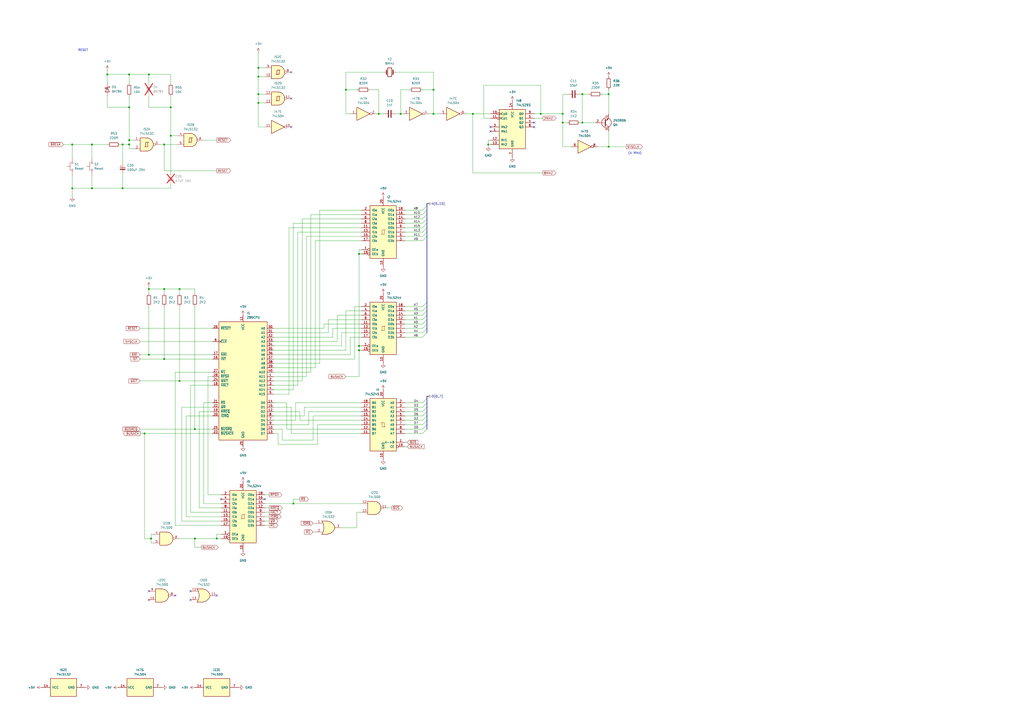
<source format=kicad_sch>
(kicad_sch (version 20250114) (generator "eeschema") (generator_version "9.0")
  (paper "A2")
  (text "(4 MHz)" (at 368.3 88.9 0) (effects (font (size 1.27 1.27))))
  (text "RESET" (at 48.26 29.21 0) (effects (font (size 1.27 1.27))))
  (junction (at 149.86 44.45))
  (junction (at 200.66 52.07))
  (junction (at 326.39 71.12))
  (junction (at 104.14 220.98))
  (junction (at 113.03 312.42))
  (junction (at 95.25 83.82))
  (junction (at 71.12 109.22))
  (junction (at 149.86 59.69))
  (junction (at 149.86 54.61))
  (junction (at 99.06 62.23))
  (junction (at 83.82 251.46))
  (junction (at 74.93 62.23))
  (junction (at 208.28 147.32))
  (junction (at 62.23 43.18))
  (junction (at 71.12 83.82))
  (junction (at 87.63 312.42))
  (junction (at 86.36 205.74))
  (junction (at 219.71 66.04))
  (junction (at 74.93 83.82))
  (junction (at 113.03 248.92))
  (junction (at 274.32 66.04))
  (junction (at 353.06 54.61))
  (junction (at 74.93 43.18))
  (junction (at 41.91 109.22))
  (junction (at 313.69 66.04))
  (junction (at 86.36 167.64))
  (junction (at 86.36 43.18))
  (junction (at 41.91 83.82))
  (junction (at 337.82 54.61))
  (junction (at 74.93 81.28))
  (junction (at 353.06 85.09))
  (junction (at 149.86 39.37))
  (junction (at 337.82 71.12))
  (junction (at 170.18 292.1))
  (junction (at 251.46 66.04))
  (junction (at 99.06 78.74))
  (junction (at 53.34 83.82))
  (junction (at 104.14 167.64))
  (junction (at 125.73 312.42))
  (junction (at 95.25 208.28))
  (junction (at 53.34 109.22))
  (junction (at 208.28 203.2))
  (junction (at 95.25 167.64))
  (junction (at 283.21 83.82))
  (junction (at 232.41 66.04))
  (junction (at 326.39 66.04))
  (junction (at 208.28 200.66))
  (junction (at 251.46 52.07))
  (no_connect (at 110.49 342.9))
  (no_connect (at 309.88 73.66))
  (no_connect (at 284.48 76.2))
  (no_connect (at 168.91 73.66))
  (no_connect (at 309.88 71.12))
  (no_connect (at 168.91 57.15))
  (no_connect (at 168.91 41.91))
  (no_connect (at 101.6 345.44))
  (no_connect (at 110.49 347.98))
  (no_connect (at 128.27 289.56))
  (no_connect (at 125.73 345.44))
  (no_connect (at 86.36 342.9))
  (no_connect (at 153.67 289.56))
  (no_connect (at 86.36 347.98))
  (no_connect (at 284.48 73.66))
  (bus_entry (at 245.11 246.38) (size 2.54 -2.54))
  (bus_entry (at 245.11 185.42) (size 2.54 -2.54))
  (bus_entry (at 245.11 195.58) (size 2.54 -2.54))
  (bus_entry (at 245.11 132.08) (size 2.54 -2.54))
  (bus_entry (at 245.11 134.62) (size 2.54 -2.54))
  (bus_entry (at 245.11 190.5) (size 2.54 -2.54))
  (bus_entry (at 245.11 248.92) (size 2.54 -2.54))
  (bus_entry (at 245.11 233.68) (size 2.54 -2.54))
  (bus_entry (at 245.11 238.76) (size 2.54 -2.54))
  (bus_entry (at 245.11 187.96) (size 2.54 -2.54))
  (bus_entry (at 245.11 127) (size 2.54 -2.54))
  (bus_entry (at 245.11 241.3) (size 2.54 -2.54))
  (bus_entry (at 245.11 193.04) (size 2.54 -2.54))
  (bus_entry (at 245.11 129.54) (size 2.54 -2.54))
  (bus_entry (at 245.11 137.16) (size 2.54 -2.54))
  (bus_entry (at 245.11 124.46) (size 2.54 -2.54))
  (bus_entry (at 245.11 177.8) (size 2.54 -2.54))
  (bus_entry (at 245.11 182.88) (size 2.54 -2.54))
  (bus_entry (at 245.11 121.92) (size 2.54 -2.54))
  (bus_entry (at 245.11 236.22) (size 2.54 -2.54))
  (bus_entry (at 245.11 251.46) (size 2.54 -2.54))
  (bus_entry (at 245.11 243.84) (size 2.54 -2.54))
  (bus_entry (at 245.11 180.34) (size 2.54 -2.54))
  (bus_entry (at 245.11 139.7) (size 2.54 -2.54))
  (wire (pts (xy 251.46 52.07) (xy 245.11 52.07)))
  (wire (pts (xy 184.15 257.81) (xy 161.29 257.81)))
  (wire (pts (xy 353.06 52.07) (xy 353.06 54.61)))
  (wire (pts (xy 104.14 167.64) (xy 104.14 170.18)))
  (wire (pts (xy 86.36 166.37) (xy 86.36 167.64)))
  (wire (pts (xy 104.14 220.98) (xy 123.19 220.98)))
  (wire (pts (xy 233.68 66.04) (xy 232.41 66.04)))
  (wire (pts (xy 176.53 241.3) (xy 176.53 236.22)))
  (wire (pts (xy 353.06 54.61) (xy 353.06 66.04)))
  (wire (pts (xy 234.95 182.88) (xy 245.11 182.88)))
  (wire (pts (xy 83.82 251.46) (xy 123.19 251.46)))
  (wire (pts (xy 187.96 187.96) (xy 209.55 187.96)))
  (wire (pts (xy 86.36 177.8) (xy 86.36 205.74)))
  (wire (pts (xy 200.66 203.2) (xy 200.66 180.34)))
  (wire (pts (xy 336.55 71.12) (xy 337.82 71.12)))
  (wire (pts (xy 105.41 236.22) (xy 123.19 236.22)))
  (wire (pts (xy 200.66 41.91) (xy 200.66 52.07)))
  (wire (pts (xy 232.41 66.04) (xy 229.87 66.04)))
  (wire (pts (xy 314.96 68.58) (xy 309.88 68.58)))
  (wire (pts (xy 158.75 190.5) (xy 187.96 190.5)))
  (wire (pts (xy 222.25 41.91) (xy 200.66 41.91)))
  (wire (pts (xy 158.75 226.06) (xy 170.18 226.06)))
  (wire (pts (xy 313.69 49.53) (xy 313.69 66.04)))
  (wire (pts (xy 118.11 233.68) (xy 123.19 233.68)))
  (wire (pts (xy 193.04 190.5) (xy 209.55 190.5)))
  (wire (pts (xy 313.69 66.04) (xy 326.39 66.04)))
  (wire (pts (xy 184.15 246.38) (xy 184.15 257.81)))
  (wire (pts (xy 283.21 81.28) (xy 283.21 83.82)))
  (wire (pts (xy 234.95 190.5) (xy 245.11 190.5)))
  (wire (pts (xy 158.75 246.38) (xy 179.07 246.38)))
  (wire (pts (xy 113.03 317.5) (xy 113.03 312.42)))
  (wire (pts (xy 158.75 198.12) (xy 195.58 198.12)))
  (wire (pts (xy 158.75 208.28) (xy 205.74 208.28)))
  (wire (pts (xy 99.06 43.18) (xy 86.36 43.18)))
  (wire (pts (xy 153.67 292.1) (xy 170.18 292.1)))
  (wire (pts (xy 149.86 59.69) (xy 153.67 59.69)))
  (wire (pts (xy 180.34 124.46) (xy 209.55 124.46)))
  (wire (pts (xy 234.95 134.62) (xy 245.11 134.62)))
  (wire (pts (xy 195.58 182.88) (xy 209.55 182.88)))
  (wire (pts (xy 234.95 195.58) (xy 245.11 195.58)))
  (wire (pts (xy 234.95 180.34) (xy 245.11 180.34)))
  (bus (pts (xy 247.65 231.14) (xy 247.65 233.68)))
  (wire (pts (xy 161.29 251.46) (xy 158.75 251.46)))
  (bus (pts (xy 247.65 175.26) (xy 247.65 177.8)))
  (wire (pts (xy 86.36 205.74) (xy 123.19 205.74)))
  (wire (pts (xy 81.28 248.92) (xy 113.03 248.92)))
  (wire (pts (xy 234.95 139.7) (xy 245.11 139.7)))
  (bus (pts (xy 247.65 177.8) (xy 247.65 180.34)))
  (wire (pts (xy 99.06 78.74) (xy 99.06 62.23)))
  (wire (pts (xy 95.25 177.8) (xy 95.25 208.28)))
  (wire (pts (xy 71.12 83.82) (xy 74.93 83.82)))
  (wire (pts (xy 95.25 99.06) (xy 125.73 99.06)))
  (wire (pts (xy 156.21 304.8) (xy 153.67 304.8)))
  (wire (pts (xy 83.82 312.42) (xy 83.82 251.46)))
  (wire (pts (xy 156.21 294.64) (xy 153.67 294.64)))
  (wire (pts (xy 158.75 193.04) (xy 190.5 193.04)))
  (wire (pts (xy 41.91 91.44) (xy 41.91 83.82)))
  (wire (pts (xy 234.95 137.16) (xy 245.11 137.16)))
  (wire (pts (xy 166.37 233.68) (xy 166.37 248.92)))
  (wire (pts (xy 163.83 248.92) (xy 163.83 255.27)))
  (wire (pts (xy 234.95 129.54) (xy 245.11 129.54)))
  (wire (pts (xy 218.44 66.04) (xy 219.71 66.04)))
  (wire (pts (xy 83.82 312.42) (xy 87.63 312.42)))
  (wire (pts (xy 190.5 185.42) (xy 209.55 185.42)))
  (wire (pts (xy 208.28 203.2) (xy 208.28 200.66)))
  (wire (pts (xy 115.57 238.76) (xy 123.19 238.76)))
  (bus (pts (xy 247.65 190.5) (xy 247.65 193.04)))
  (wire (pts (xy 158.75 210.82) (xy 185.42 210.82)))
  (wire (pts (xy 53.34 83.82) (xy 62.23 83.82)))
  (wire (pts (xy 176.53 236.22) (xy 209.55 236.22)))
  (wire (pts (xy 326.39 85.09) (xy 326.39 71.12)))
  (wire (pts (xy 227.33 294.64) (xy 224.79 294.64)))
  (wire (pts (xy 190.5 193.04) (xy 190.5 185.42)))
  (wire (pts (xy 158.75 218.44) (xy 177.8 218.44)))
  (wire (pts (xy 234.95 251.46) (xy 245.11 251.46)))
  (wire (pts (xy 251.46 66.04) (xy 251.46 52.07)))
  (bus (pts (xy 247.65 121.92) (xy 247.65 124.46)))
  (wire (pts (xy 156.21 297.18) (xy 153.67 297.18)))
  (bus (pts (xy 248.92 118.11) (xy 247.65 118.11)))
  (wire (pts (xy 99.06 109.22) (xy 71.12 109.22)))
  (wire (pts (xy 95.25 83.82) (xy 95.25 99.06)))
  (wire (pts (xy 229.87 41.91) (xy 251.46 41.91)))
  (wire (pts (xy 107.95 241.3) (xy 123.19 241.3)))
  (wire (pts (xy 234.95 241.3) (xy 245.11 241.3)))
  (wire (pts (xy 149.86 54.61) (xy 153.67 54.61)))
  (wire (pts (xy 328.93 71.12) (xy 326.39 71.12)))
  (wire (pts (xy 195.58 198.12) (xy 195.58 182.88)))
  (wire (pts (xy 170.18 129.54) (xy 209.55 129.54)))
  (wire (pts (xy 237.49 52.07) (xy 232.41 52.07)))
  (wire (pts (xy 193.04 195.58) (xy 193.04 190.5)))
  (wire (pts (xy 81.28 190.5) (xy 123.19 190.5)))
  (wire (pts (xy 177.8 137.16) (xy 209.55 137.16)))
  (wire (pts (xy 74.93 83.82) (xy 74.93 81.28)))
  (wire (pts (xy 205.74 177.8) (xy 209.55 177.8)))
  (wire (pts (xy 208.28 203.2) (xy 209.55 203.2)))
  (wire (pts (xy 86.36 62.23) (xy 99.06 62.23)))
  (wire (pts (xy 181.61 303.53) (xy 182.88 303.53)))
  (wire (pts (xy 41.91 83.82) (xy 53.34 83.82)))
  (wire (pts (xy 95.25 167.64) (xy 95.25 170.18)))
  (wire (pts (xy 74.93 62.23) (xy 74.93 81.28)))
  (wire (pts (xy 128.27 299.72) (xy 107.95 299.72)))
  (wire (pts (xy 62.23 43.18) (xy 62.23 48.26)))
  (wire (pts (xy 207.01 306.07) (xy 198.12 306.07)))
  (wire (pts (xy 326.39 66.04) (xy 326.39 71.12)))
  (wire (pts (xy 120.65 287.02) (xy 120.65 218.44)))
  (wire (pts (xy 158.75 203.2) (xy 200.66 203.2)))
  (wire (pts (xy 341.63 54.61) (xy 337.82 54.61)))
  (wire (pts (xy 171.45 233.68) (xy 209.55 233.68)))
  (wire (pts (xy 203.2 205.74) (xy 203.2 195.58)))
  (wire (pts (xy 149.86 73.66) (xy 153.67 73.66)))
  (wire (pts (xy 161.29 257.81) (xy 161.29 251.46)))
  (bus (pts (xy 247.65 241.3) (xy 247.65 243.84)))
  (wire (pts (xy 251.46 66.04) (xy 255.27 66.04)))
  (wire (pts (xy 173.99 238.76) (xy 173.99 243.84)))
  (wire (pts (xy 71.12 100.33) (xy 71.12 109.22)))
  (wire (pts (xy 62.23 40.64) (xy 62.23 43.18)))
  (wire (pts (xy 128.27 309.88) (xy 125.73 309.88)))
  (wire (pts (xy 236.22 256.54) (xy 234.95 256.54)))
  (wire (pts (xy 248.92 66.04) (xy 251.46 66.04)))
  (wire (pts (xy 234.95 121.92) (xy 245.11 121.92)))
  (wire (pts (xy 283.21 83.82) (xy 283.21 85.09)))
  (wire (pts (xy 208.28 200.66) (xy 209.55 200.66)))
  (wire (pts (xy 104.14 167.64) (xy 95.25 167.64)))
  (wire (pts (xy 200.66 180.34) (xy 209.55 180.34)))
  (wire (pts (xy 74.93 43.18) (xy 74.93 48.26)))
  (wire (pts (xy 99.06 48.26) (xy 99.06 43.18)))
  (wire (pts (xy 158.75 195.58) (xy 193.04 195.58)))
  (wire (pts (xy 81.28 220.98) (xy 104.14 220.98)))
  (wire (pts (xy 149.86 39.37) (xy 153.67 39.37)))
  (wire (pts (xy 172.72 134.62) (xy 209.55 134.62)))
  (wire (pts (xy 128.27 287.02) (xy 120.65 287.02)))
  (wire (pts (xy 102.87 78.74) (xy 99.06 78.74)))
  (wire (pts (xy 280.67 49.53) (xy 313.69 49.53)))
  (bus (pts (xy 248.92 229.87) (xy 247.65 229.87)))
  (wire (pts (xy 234.95 236.22) (xy 245.11 236.22)))
  (wire (pts (xy 208.28 218.44) (xy 208.28 203.2)))
  (wire (pts (xy 328.93 54.61) (xy 326.39 54.61)))
  (wire (pts (xy 149.86 30.48) (xy 149.86 39.37)))
  (wire (pts (xy 170.18 292.1) (xy 209.55 292.1)))
  (bus (pts (xy 247.65 187.96) (xy 247.65 190.5)))
  (wire (pts (xy 167.64 132.08) (xy 209.55 132.08)))
  (wire (pts (xy 53.34 101.6) (xy 53.34 109.22)))
  (wire (pts (xy 118.11 292.1) (xy 118.11 233.68)))
  (wire (pts (xy 110.49 223.52) (xy 123.19 223.52)))
  (wire (pts (xy 113.03 177.8) (xy 113.03 248.92)))
  (wire (pts (xy 200.66 66.04) (xy 203.2 66.04)))
  (wire (pts (xy 181.61 255.27) (xy 181.61 241.3)))
  (wire (pts (xy 116.84 317.5) (xy 113.03 317.5)))
  (wire (pts (xy 181.61 241.3) (xy 209.55 241.3)))
  (wire (pts (xy 105.41 302.26) (xy 105.41 236.22)))
  (wire (pts (xy 113.03 248.92) (xy 123.19 248.92)))
  (wire (pts (xy 331.47 85.09) (xy 326.39 85.09)))
  (wire (pts (xy 274.32 100.33) (xy 274.32 66.04)))
  (wire (pts (xy 86.36 55.88) (xy 86.36 62.23)))
  (bus (pts (xy 247.65 246.38) (xy 247.65 248.92)))
  (wire (pts (xy 208.28 200.66) (xy 208.28 147.32)))
  (wire (pts (xy 99.06 106.68) (xy 99.06 109.22)))
  (wire (pts (xy 74.93 86.36) (xy 74.93 83.82)))
  (wire (pts (xy 175.26 220.98) (xy 175.26 127)))
  (wire (pts (xy 214.63 52.07) (xy 219.71 52.07)))
  (wire (pts (xy 36.83 83.82) (xy 41.91 83.82)))
  (wire (pts (xy 125.73 312.42) (xy 128.27 312.42)))
  (wire (pts (xy 158.75 238.76) (xy 173.99 238.76)))
  (wire (pts (xy 171.45 243.84) (xy 171.45 233.68)))
  (wire (pts (xy 232.41 52.07) (xy 232.41 66.04)))
  (bus (pts (xy 247.65 233.68) (xy 247.65 236.22)))
  (wire (pts (xy 353.06 85.09) (xy 363.22 85.09)))
  (wire (pts (xy 284.48 66.04) (xy 274.32 66.04)))
  (bus (pts (xy 247.65 229.87) (xy 247.65 231.14)))
  (wire (pts (xy 95.25 208.28) (xy 123.19 208.28)))
  (wire (pts (xy 81.28 205.74) (xy 86.36 205.74)))
  (wire (pts (xy 81.28 251.46) (xy 83.82 251.46)))
  (wire (pts (xy 115.57 294.64) (xy 115.57 238.76)))
  (wire (pts (xy 149.86 44.45) (xy 149.86 54.61)))
  (bus (pts (xy 247.65 243.84) (xy 247.65 246.38)))
  (wire (pts (xy 156.21 287.02) (xy 153.67 287.02)))
  (wire (pts (xy 102.87 83.82) (xy 95.25 83.82)))
  (wire (pts (xy 207.01 297.18) (xy 207.01 306.07)))
  (wire (pts (xy 128.27 294.64) (xy 115.57 294.64)))
  (wire (pts (xy 86.36 167.64) (xy 86.36 170.18)))
  (wire (pts (xy 208.28 147.32) (xy 208.28 144.78)))
  (wire (pts (xy 313.69 66.04) (xy 309.88 66.04)))
  (wire (pts (xy 251.46 41.91) (xy 251.46 52.07)))
  (wire (pts (xy 208.28 144.78) (xy 209.55 144.78)))
  (wire (pts (xy 113.03 312.42) (xy 125.73 312.42)))
  (wire (pts (xy 326.39 54.61) (xy 326.39 66.04)))
  (wire (pts (xy 209.55 246.38) (xy 184.15 246.38)))
  (wire (pts (xy 87.63 309.88) (xy 88.9 309.88)))
  (wire (pts (xy 170.18 289.56) (xy 173.99 289.56)))
  (wire (pts (xy 149.86 59.69) (xy 149.86 73.66)))
  (wire (pts (xy 234.95 193.04) (xy 245.11 193.04)))
  (wire (pts (xy 158.75 215.9) (xy 180.34 215.9)))
  (wire (pts (xy 172.72 223.52) (xy 172.72 134.62)))
  (wire (pts (xy 158.75 200.66) (xy 198.12 200.66)))
  (wire (pts (xy 156.21 299.72) (xy 153.67 299.72)))
  (bus (pts (xy 247.65 185.42) (xy 247.65 187.96)))
  (wire (pts (xy 205.74 208.28) (xy 205.74 177.8)))
  (wire (pts (xy 173.99 243.84) (xy 209.55 243.84)))
  (wire (pts (xy 234.95 127) (xy 245.11 127)))
  (wire (pts (xy 107.95 299.72) (xy 107.95 241.3)))
  (wire (pts (xy 158.75 248.92) (xy 163.83 248.92)))
  (wire (pts (xy 101.6 304.8) (xy 101.6 215.9)))
  (wire (pts (xy 177.8 218.44) (xy 177.8 137.16)))
  (wire (pts (xy 219.71 52.07) (xy 219.71 66.04)))
  (wire (pts (xy 284.48 68.58) (xy 280.67 68.58)))
  (wire (pts (xy 175.26 127) (xy 209.55 127)))
  (wire (pts (xy 101.6 215.9) (xy 123.19 215.9)))
  (wire (pts (xy 99.06 62.23) (xy 99.06 55.88)))
  (wire (pts (xy 234.95 187.96) (xy 245.11 187.96)))
  (wire (pts (xy 87.63 314.96) (xy 87.63 312.42)))
  (wire (pts (xy 284.48 81.28) (xy 283.21 81.28)))
  (wire (pts (xy 168.91 236.22) (xy 168.91 251.46)))
  (wire (pts (xy 274.32 66.04) (xy 270.51 66.04)))
  (wire (pts (xy 180.34 215.9) (xy 180.34 124.46)))
  (bus (pts (xy 247.65 180.34) (xy 247.65 182.88)))
  (wire (pts (xy 149.86 44.45) (xy 153.67 44.45)))
  (wire (pts (xy 53.34 109.22) (xy 41.91 109.22)))
  (bus (pts (xy 247.65 129.54) (xy 247.65 132.08)))
  (wire (pts (xy 163.83 255.27) (xy 181.61 255.27)))
  (wire (pts (xy 179.07 238.76) (xy 209.55 238.76)))
  (wire (pts (xy 158.75 205.74) (xy 203.2 205.74)))
  (wire (pts (xy 234.95 185.42) (xy 245.11 185.42)))
  (wire (pts (xy 170.18 289.56) (xy 170.18 292.1)))
  (wire (pts (xy 158.75 236.22) (xy 168.91 236.22)))
  (wire (pts (xy 208.28 147.32) (xy 209.55 147.32)))
  (bus (pts (xy 247.65 132.08) (xy 247.65 134.62)))
  (wire (pts (xy 110.49 297.18) (xy 110.49 223.52)))
  (wire (pts (xy 337.82 54.61) (xy 337.82 71.12)))
  (wire (pts (xy 74.93 55.88) (xy 74.93 62.23)))
  (wire (pts (xy 207.01 52.07) (xy 200.66 52.07)))
  (wire (pts (xy 149.86 54.61) (xy 149.86 59.69)))
  (wire (pts (xy 236.22 259.08) (xy 234.95 259.08)))
  (wire (pts (xy 198.12 200.66) (xy 198.12 193.04)))
  (wire (pts (xy 234.95 246.38) (xy 245.11 246.38)))
  (wire (pts (xy 314.96 100.33) (xy 274.32 100.33)))
  (wire (pts (xy 181.61 308.61) (xy 182.88 308.61)))
  (wire (pts (xy 62.23 62.23) (xy 62.23 55.88)))
  (wire (pts (xy 113.03 170.18) (xy 113.03 167.64)))
  (wire (pts (xy 234.95 238.76) (xy 245.11 238.76)))
  (wire (pts (xy 81.28 208.28) (xy 95.25 208.28)))
  (wire (pts (xy 158.75 223.52) (xy 172.72 223.52)))
  (wire (pts (xy 74.93 43.18) (xy 62.23 43.18)))
  (wire (pts (xy 128.27 302.26) (xy 105.41 302.26)))
  (wire (pts (xy 168.91 251.46) (xy 209.55 251.46)))
  (bus (pts (xy 247.65 119.38) (xy 247.65 121.92)))
  (wire (pts (xy 158.75 228.6) (xy 167.64 228.6)))
  (wire (pts (xy 41.91 109.22) (xy 41.91 101.6)))
  (wire (pts (xy 283.21 83.82) (xy 284.48 83.82)))
  (wire (pts (xy 200.66 52.07) (xy 200.66 66.04)))
  (wire (pts (xy 234.95 248.92) (xy 245.11 248.92)))
  (wire (pts (xy 349.25 54.61) (xy 353.06 54.61)))
  (wire (pts (xy 74.93 62.23) (xy 62.23 62.23)))
  (wire (pts (xy 41.91 114.3) (xy 41.91 109.22)))
  (wire (pts (xy 234.95 124.46) (xy 245.11 124.46)))
  (wire (pts (xy 118.11 81.28) (xy 125.73 81.28)))
  (wire (pts (xy 234.95 177.8) (xy 245.11 177.8)))
  (wire (pts (xy 182.88 213.36) (xy 182.88 139.7)))
  (bus (pts (xy 247.65 127) (xy 247.65 129.54)))
  (wire (pts (xy 128.27 304.8) (xy 101.6 304.8)))
  (wire (pts (xy 353.06 85.09) (xy 353.06 76.2)))
  (wire (pts (xy 158.75 233.68) (xy 166.37 233.68)))
  (wire (pts (xy 87.63 312.42) (xy 87.63 309.88)))
  (wire (pts (xy 104.14 177.8) (xy 104.14 220.98)))
  (wire (pts (xy 179.07 246.38) (xy 179.07 238.76)))
  (bus (pts (xy 247.65 236.22) (xy 247.65 238.76)))
  (bus (pts (xy 247.65 137.16) (xy 247.65 175.26)))
  (wire (pts (xy 185.42 121.92) (xy 209.55 121.92)))
  (wire (pts (xy 86.36 43.18) (xy 74.93 43.18)))
  (wire (pts (xy 187.96 190.5) (xy 187.96 187.96)))
  (wire (pts (xy 77.47 86.36) (xy 74.93 86.36)))
  (wire (pts (xy 234.95 132.08) (xy 245.11 132.08)))
  (wire (pts (xy 128.27 292.1) (xy 118.11 292.1)))
  (wire (pts (xy 95.25 83.82) (xy 92.71 83.82)))
  (wire (pts (xy 234.95 243.84) (xy 245.11 243.84)))
  (wire (pts (xy 207.01 297.18) (xy 209.55 297.18)))
  (wire (pts (xy 158.75 220.98) (xy 175.26 220.98)))
  (wire (pts (xy 203.2 195.58) (xy 209.55 195.58)))
  (bus (pts (xy 247.65 134.62) (xy 247.65 137.16)))
  (wire (pts (xy 337.82 71.12) (xy 345.44 71.12)))
  (wire (pts (xy 95.25 167.64) (xy 86.36 167.64)))
  (wire (pts (xy 185.42 210.82) (xy 185.42 121.92)))
  (wire (pts (xy 167.64 228.6) (xy 167.64 132.08)))
  (wire (pts (xy 158.75 243.84) (xy 171.45 243.84)))
  (wire (pts (xy 81.28 198.12) (xy 123.19 198.12)))
  (wire (pts (xy 104.14 312.42) (xy 113.03 312.42)))
  (wire (pts (xy 99.06 78.74) (xy 99.06 101.6)))
  (wire (pts (xy 149.86 39.37) (xy 149.86 44.45)))
  (wire (pts (xy 200.66 218.44) (xy 208.28 218.44)))
  (wire (pts (xy 71.12 109.22) (xy 53.34 109.22)))
  (wire (pts (xy 280.67 68.58) (xy 280.67 49.53)))
  (wire (pts (xy 337.82 54.61) (xy 336.55 54.61)))
  (wire (pts (xy 53.34 83.82) (xy 53.34 91.44)))
  (wire (pts (xy 86.36 43.18) (xy 86.36 48.26)))
  (wire (pts (xy 182.88 139.7) (xy 209.55 139.7)))
  (wire (pts (xy 346.71 85.09) (xy 353.06 85.09)))
  (wire (pts (xy 234.95 233.68) (xy 245.11 233.68)))
  (wire (pts (xy 120.65 218.44) (xy 123.19 218.44)))
  (wire (pts (xy 69.85 83.82) (xy 71.12 83.82)))
  (wire (pts (xy 156.21 302.26) (xy 153.67 302.26)))
  (wire (pts (xy 158.75 213.36) (xy 182.88 213.36)))
  (wire (pts (xy 128.27 297.18) (xy 110.49 297.18)))
  (bus (pts (xy 247.65 124.46) (xy 247.65 127)))
  (wire (pts (xy 219.71 66.04) (xy 222.25 66.04)))
  (wire (pts (xy 88.9 314.96) (xy 87.63 314.96)))
  (bus (pts (xy 247.65 182.88) (xy 247.65 185.42)))
  (bus (pts (xy 247.65 118.11) (xy 247.65 119.38)))
  (wire (pts (xy 74.93 81.28) (xy 77.47 81.28)))
  (wire (pts (xy 71.12 83.82) (xy 71.12 95.25)))
  (wire (pts (xy 158.75 241.3) (xy 176.53 241.3)))
  (wire (pts (xy 166.37 248.92) (xy 209.55 248.92)))
  (wire (pts (xy 170.18 226.06) (xy 170.18 129.54)))
  (wire (pts (xy 125.73 309.88) (xy 125.73 312.42)))
  (bus (pts (xy 247.65 238.76) (xy 247.65 241.3)))
  (wire (pts (xy 198.12 193.04) (xy 209.55 193.04)))
  (wire (pts (xy 113.03 167.64) (xy 104.14 167.64)))
  (label "D3" (at 240.03 236.22 0))
  (label "A15" (at 240.03 132.08 0))
  (label "A0" (at 240.03 187.96 0))
  (label "A8" (at 240.03 121.92 0))
  (label "D5" (at 240.03 238.76 0))
  (label "A7" (at 240.03 177.8 0))
  (label "A4" (at 240.03 193.04 0))
  (label "A2" (at 240.03 190.5 0))
  (label "A3" (at 240.03 182.88 0))
  (label "A12" (at 240.03 127 0))
  (label "A14" (at 240.03 129.54 0))
  (label "A6" (at 240.03 195.58 0))
  (label "D7" (at 240.03 246.38 0))
  (label "A11" (at 240.03 137.16 0))
  (label "A9" (at 240.03 139.7 0))
  (label "A10" (at 240.03 124.46 0))
  (label "D6" (at 240.03 241.3 0))
  (label "A13" (at 240.03 134.62 0))
  (label "D0" (at 240.03 248.92 0))
  (label "D2" (at 240.03 243.84 0))
  (label "D1" (at 240.03 251.46 0))
  (label "D4" (at 240.03 233.68 0))
  (label "A1" (at 240.03 185.42 0))
  (label "A5" (at 240.03 180.34 0))
  (global_label "~{BREAK}" (shape input) (at 36.83 83.82 180) (property "Intersheetrefs" "${INTERSHEET_REFS}" (effects (hide yes))))
  (global_label "~{WAIT}" (shape input) (at 81.28 220.98 180) (property "Intersheetrefs" "${INTERSHEET_REFS}" (effects (hide yes))))
  (global_label "~{BUS}" (shape output) (at 227.33 294.64 0) (property "Intersheetrefs" "${INTERSHEET_REFS}" (effects (hide yes))))
  (global_label "BUSACK" (shape input) (at 200.66 218.44 180) (property "Intersheetrefs" "${INTERSHEET_REFS}" (effects (hide yes))))
  (global_label "~{INT}" (shape input) (at 81.28 208.28 180) (property "Intersheetrefs" "${INTERSHEET_REFS}" (effects (hide yes))))
  (global_label "SYSCLK" (shape input) (at 81.28 198.12 180) (property "Intersheetrefs" "${INTERSHEET_REFS}" (effects (hide yes))))
  (global_label "~{BUS}" (shape input) (at 236.22 256.54 0) (property "Intersheetrefs" "${INTERSHEET_REFS}" (effects (hide yes))))
  (global_label "~{NMI}" (shape input) (at 81.28 205.74 180) (property "Intersheetrefs" "${INTERSHEET_REFS}" (effects (hide yes))))
  (global_label "~{RESET}" (shape output) (at 125.73 81.28 0) (property "Intersheetrefs" "${INTERSHEET_REFS}" (effects (hide yes))))
  (global_label "BUSACK" (shape output) (at 116.84 317.5 0) (property "Intersheetrefs" "${INTERSHEET_REFS}" (effects (hide yes))))
  (global_label "~{M1}" (shape input) (at 181.61 308.61 180) (property "Intersheetrefs" "${INTERSHEET_REFS}" (effects (hide yes))))
  (global_label "~{IORQ}" (shape output) (at 156.21 299.72 0) (property "Intersheetrefs" "${INTERSHEET_REFS}" (effects (hide yes))))
  (global_label "~{BUSACK}" (shape output) (at 81.28 251.46 180) (property "Intersheetrefs" "${INTERSHEET_REFS}" (effects (hide yes))))
  (global_label "~{M1}" (shape output) (at 156.21 304.8 0) (property "Intersheetrefs" "${INTERSHEET_REFS}" (effects (hide yes))))
  (global_label "SYSCLK" (shape output) (at 363.22 85.09 0) (property "Intersheetrefs" "${INTERSHEET_REFS}" (effects (hide yes))))
  (global_label "8MHZ" (shape output) (at 314.96 100.33 0) (property "Intersheetrefs" "${INTERSHEET_REFS}" (effects (hide yes))))
  (global_label "~{IORQ}" (shape input) (at 181.61 303.53 180) (property "Intersheetrefs" "${INTERSHEET_REFS}" (effects (hide yes))))
  (global_label "~{BUSREQ}" (shape input) (at 81.28 248.92 180) (property "Intersheetrefs" "${INTERSHEET_REFS}" (effects (hide yes))))
  (global_label "~{RD}" (shape output) (at 173.99 289.56 0) (property "Intersheetrefs" "${INTERSHEET_REFS}" (effects (hide yes))))
  (global_label "~{MREQ}" (shape output) (at 156.21 294.64 0) (property "Intersheetrefs" "${INTERSHEET_REFS}" (effects (hide yes))))
  (global_label "~{RESET}" (shape input) (at 81.28 190.5 180) (property "Intersheetrefs" "${INTERSHEET_REFS}" (effects (hide yes))))
  (global_label "~{RFSH}" (shape output) (at 156.21 287.02 0) (property "Intersheetrefs" "${INTERSHEET_REFS}" (effects (hide yes))))
  (global_label "~{HALT}" (shape output) (at 156.21 297.18 0) (property "Intersheetrefs" "${INTERSHEET_REFS}" (effects (hide yes))))
  (global_label "RESET" (shape output) (at 125.73 99.06 0) (property "Intersheetrefs" "${INTERSHEET_REFS}" (effects (hide yes))))
  (global_label "BUSACK" (shape input) (at 236.22 259.08 0) (property "Intersheetrefs" "${INTERSHEET_REFS}" (effects (hide yes))))
  (global_label "~{WR}" (shape output) (at 156.21 302.26 0) (property "Intersheetrefs" "${INTERSHEET_REFS}" (effects (hide yes))))
  (global_label "2MHZ" (shape output) (at 314.96 68.58 0) (property "Intersheetrefs" "${INTERSHEET_REFS}" (effects (hide yes))))
  (hierarchical_label "A[0..15]" (shape output) (at 248.92 118.11 0))
  (hierarchical_label "D[0..7]" (shape output) (at 248.92 229.87 0))
  (symbol (lib_id "power:GND") (at 297.18 91.44 0) (unit 1)
    (property "Reference" "#PWR014" (effects (hide yes)))
    (property "Value" "GND" (at 297.18 96.52 0))
    (property "Description" "Power symbol creates a global label with name \"GND\" , ground" (effects (hide yes)))
  )
  (symbol (lib_id "74xx:74LS32") (at 190.5 306.07 0) (unit 1)
    (property "Reference" "I20" (at 190.5 297.18 0))
    (property "Value" "74LS32" (at 190.5 299.72 0))
    (property "Footprint" "Einstein:DIP-14_W7.62mm" (effects (hide yes)))
    (property "Datasheet" "http://www.ti.com/lit/gpn/sn74LS32" (effects (hide yes)))
    (property "Description" "Quad 2-input OR" (effects (hide yes)))
  )
  (symbol (lib_id "74xx:74LS132") (at 110.49 81.28 0) (unit 2)
    (property "Reference" "I52" (at 110.4817 72.39 0))
    (property "Value" "74LS132" (at 110.4817 74.93 0))
    (property "Footprint" "Einstein:DIP-14_W7.62mm" (effects (hide yes)))
    (property "Datasheet" "http://www.ti.com/lit/gpn/sn74LS132" (effects (hide yes)))
    (property "Description" "Quad 2-input NAND Schmitt trigger" (effects (hide yes)))
  )
  (symbol (lib_id "74xx:74LS132") (at 36.83 398.78 90) (unit 5)
    (property "Reference" "I52" (at 36.83 388.62 90))
    (property "Value" "74LS132" (at 36.83 391.16 90))
    (property "Footprint" "Einstein:DIP-14_W7.62mm" (effects (hide yes)))
    (property "Datasheet" "http://www.ti.com/lit/gpn/sn74LS132" (effects (hide yes)))
    (property "Description" "Quad 2-input NAND Schmitt trigger" (effects (hide yes)))
  )
  (symbol (lib_id "74xx:74LS04") (at 161.29 73.66 0) (unit 5)
    (property "Reference" "I47" (at 161.29 64.77 0))
    (property "Value" "74LS04" (at 161.29 67.31 0))
    (property "Footprint" "Einstein:DIP-14_W7.62mm" (effects (hide yes)))
    (property "Datasheet" "http://www.ti.com/lit/gpn/sn74LS04" (effects (hide yes)))
    (property "Description" "Hex Inverter" (effects (hide yes)))
  )
  (symbol (lib_id "Device:R") (at 74.93 52.07 0) (unit 1)
    (property "Reference" "R54" (at 77.47 50.7999 0) (effects (justify left)))
    (property "Value" "10K" (at 77.47 53.3399 0) (effects (justify left)))
    (property "Footprint" "Einstein:Resistor 10.16mm" (effects (hide yes)))
    (property "Description" "Resistor" (effects (hide yes)))
  )
  (symbol (lib_id "power:+5V") (at 297.18 58.42 0) (unit 1)
    (property "Reference" "#PWR013" (effects (hide yes)))
    (property "Value" "+5V" (at 297.18 53.34 0))
    (property "Description" "Power symbol creates a global label with name \"+5V\"" (effects (hide yes)))
  )
  (symbol (lib_id "74xx:74LS244") (at 140.97 299.72 0) (unit 1)
    (property "Reference" "I5" (at 143.1133 279.4 0) (effects (justify left)))
    (property "Value" "74LS244" (at 143.1133 281.94 0) (effects (justify left)))
    (property "Footprint" "Einstein:DIP-20_W7.62mm" (effects (hide yes)))
    (property "Datasheet" "http://www.ti.com/lit/ds/symlink/sn74ls244.pdf" (effects (hide yes)))
    (property "Description" "Octal Buffer and Line Driver With 3-State Output, active-low enables, non-inverting outputs" (effects (hide yes)))
  )
  (symbol (lib_id "74xx:74LS293") (at 297.18 73.66 0) (unit 1)
    (property "Reference" "I48" (at 299.3233 58.42 0) (effects (justify left)))
    (property "Value" "74LS293" (at 299.3233 60.96 0) (effects (justify left)))
    (property "Footprint" "Einstein:DIP-14_W7.62mm" (effects (hide yes)))
    (property "Datasheet" "http://www.ti.com/lit/gpn/sn74LS293" (effects (hide yes)))
    (property "Description" "4-bit binary counter" (effects (hide yes)))
  )
  (symbol (lib_id "Transistor_BJT:2N3906") (at 350.52 71.12 0) (mirror x) (unit 1)
    (property "Reference" "Q4" (at 355.6 72.3901 0) (effects (justify left)))
    (property "Value" "2N3906" (at 355.6 69.8501 0) (effects (justify left)))
    (property "Footprint" "Einstein:Transistor - Box 1 (Alt 1+3) No corner marking" (effects (hide yes)))
    (property "Datasheet" "https://www.onsemi.com/pub/Collateral/2N3906-D.PDF" (effects (hide yes)))
    (property "Description" "-0.2A Ic, -40V Vce, Small Signal PNP Transistor, TO-92" (effects (hide yes)))
  )
  (symbol (lib_id "Device:C_Polarized_Small") (at 71.12 97.79 0) (unit 1)
    (property "Reference" "C20" (at 73.66 95.9738 0) (effects (justify left)))
    (property "Value" "100uF 25V" (at 73.66 98.5138 0) (effects (justify left)))
    (property "Footprint" "Einstein:Elec_5.08mm - Box" (effects (hide yes)))
    (property "Description" "Polarized capacitor, small symbol" (effects (hide yes)))
  )
  (symbol (lib_id "Device:C") (at 226.06 66.04 270) (unit 1)
    (property "Reference" "C10" (at 226.06 58.42 90))
    (property "Value" "1nF" (at 226.06 60.96 90))
    (property "Footprint" "Einstein:C_Disc_5.08mm" (effects (hide yes)))
    (property "Description" "Unpolarized capacitor" (effects (hide yes)))
  )
  (symbol (lib_id "power:GND") (at 41.91 114.3 0) (unit 1)
    (property "Reference" "#PWR07" (effects (hide yes)))
    (property "Value" "GND" (at 41.91 119.38 0))
    (property "Description" "Power symbol creates a global label with name \"GND\" , ground" (effects (hide yes)))
  )
  (symbol (lib_id "Device:R") (at 99.06 52.07 0) (unit 1)
    (property "Reference" "R55" (at 101.6 50.7999 0) (effects (justify left)))
    (property "Value" "10K" (at 101.6 53.3399 0) (effects (justify left)))
    (property "Footprint" "Einstein:Resistor 10.16mm" (effects (hide yes)))
    (property "Description" "Resistor" (effects (hide yes)))
  )
  (symbol (lib_id "74xx:74LS04") (at 210.82 66.04 0) (unit 1)
    (property "Reference" "I47" (at 210.82 57.15 0))
    (property "Value" "74LS04" (at 210.82 59.69 0))
    (property "Footprint" "Einstein:DIP-14_W7.62mm" (effects (hide yes)))
    (property "Datasheet" "http://www.ti.com/lit/gpn/sn74LS04" (effects (hide yes)))
    (property "Description" "Hex Inverter" (effects (hide yes)))
  )
  (symbol (lib_id "74xx:74LS244") (at 222.25 134.62 0) (unit 1)
    (property "Reference" "I2" (at 224.3933 114.3 0) (effects (justify left)))
    (property "Value" "74LS244" (at 224.3933 116.84 0) (effects (justify left)))
    (property "Footprint" "Einstein:DIP-20_W7.62mm" (effects (hide yes)))
    (property "Datasheet" "http://www.ti.com/lit/ds/symlink/sn74ls244.pdf" (effects (hide yes)))
    (property "Description" "Octal Buffer and Line Driver With 3-State Output, active-low enables, non-inverting outputs" (effects (hide yes)))
  )
  (symbol (lib_id "power:GND") (at 138.43 398.78 90) (unit 1)
    (property "Reference" "#PWR020" (effects (hide yes)))
    (property "Value" "GND" (at 142.24 398.7799 90) (effects (justify right)))
    (property "Description" "Power symbol creates a global label with name \"GND\" , ground" (effects (hide yes)))
  )
  (symbol (lib_id "Device:R") (at 332.74 71.12 90) (unit 1)
    (property "Reference" "R34" (at 332.74 64.77 90))
    (property "Value" "1K2" (at 332.74 67.31 90))
    (property "Footprint" "Einstein:Resistor 10.16mm" (effects (hide yes)))
    (property "Description" "Resistor" (effects (hide yes)))
  )
  (symbol (lib_id "Device:Crystal") (at 226.06 41.91 0) (unit 1)
    (property "Reference" "X2" (at 226.06 34.29 0))
    (property "Value" "8MHz" (at 226.06 36.83 0))
    (property "Footprint" "Einstein:Crystal" (effects (hide yes)))
    (property "Description" "Two pin crystal" (effects (hide yes)))
  )
  (symbol (lib_id "74xx:74LS00") (at 125.73 398.78 90) (unit 5)
    (property "Reference" "I22" (at 125.73 388.62 90))
    (property "Value" "74LS00" (at 125.73 391.16 90))
    (property "Footprint" "Einstein:DIP-14_W7.62mm" (effects (hide yes)))
    (property "Datasheet" "http://www.ti.com/lit/gpn/sn74ls00" (effects (hide yes)))
    (property "Description" "quad 2-input NAND gate" (effects (hide yes)))
  )
  (symbol (lib_id "Device:R") (at 113.03 173.99 0) (unit 1)
    (property "Reference" "R4" (at 115.57 172.7199 0) (effects (justify left)))
    (property "Value" "2K2" (at 115.57 175.2599 0) (effects (justify left)))
    (property "Footprint" "Einstein:Resistor 10.16mm" (effects (hide yes)))
    (property "Description" "Resistor" (effects (hide yes)))
  )
  (symbol (lib_id "Device:C") (at 332.74 54.61 270) (unit 1)
    (property "Reference" "C11" (at 332.74 46.99 90))
    (property "Value" "33pF" (at 332.74 49.53 90))
    (property "Footprint" "Einstein:C_Disc_5.08mm" (effects (hide yes)))
    (property "Description" "Unpolarized capacitor" (effects (hide yes)))
  )
  (symbol (lib_id "power:GND") (at 140.97 320.04 0) (unit 1)
    (property "Reference" "#PWR018" (effects (hide yes)))
    (property "Value" "GND" (at 140.97 325.12 0))
    (property "Description" "Power symbol creates a global label with name \"GND\" , ground" (effects (hide yes)))
  )
  (symbol (lib_id "74xx:74LS00") (at 93.98 345.44 0) (unit 3)
    (property "Reference" "I22" (at 93.9717 336.55 0))
    (property "Value" "74LS00" (at 93.9717 339.09 0))
    (property "Footprint" "Einstein:DIP-14_W7.62mm" (effects (hide yes)))
    (property "Datasheet" "http://www.ti.com/lit/gpn/sn74ls00" (effects (hide yes)))
    (property "Description" "quad 2-input NAND gate" (effects (hide yes)))
  )
  (symbol (lib_id "power:+5V") (at 68.58 398.78 90) (unit 1)
    (property "Reference" "#PWR012" (effects (hide yes)))
    (property "Value" "+5V" (at 64.77 398.7799 90) (effects (justify left)))
    (property "Description" "Power symbol creates a global label with name \"+5V\"" (effects (hide yes)))
  )
  (symbol (lib_id "power:+5V") (at 353.06 44.45 0) (unit 1)
    (property "Reference" "#PWR016" (effects (hide yes)))
    (property "Value" "+5V" (at 353.06 39.37 0))
    (property "Description" "Power symbol creates a global label with name \"+5V\"" (effects (hide yes)))
  )
  (symbol (lib_id "power:GND") (at 49.53 398.78 90) (unit 1)
    (property "Reference" "#PWR06" (effects (hide yes)))
    (property "Value" "GND" (at 53.34 398.7799 90) (effects (justify right)))
    (property "Description" "Power symbol creates a global label with name \"GND\" , ground" (effects (hide yes)))
  )
  (symbol (lib_id "74xx:74LS132") (at 85.09 83.82 0) (unit 1)
    (property "Reference" "I52" (at 85.0817 74.93 0))
    (property "Value" "74LS132" (at 85.0817 77.47 0))
    (property "Footprint" "Einstein:DIP-14_W7.62mm" (effects (hide yes)))
    (property "Datasheet" "http://www.ti.com/lit/gpn/sn74LS132" (effects (hide yes)))
    (property "Description" "Quad 2-input NAND Schmitt trigger" (effects (hide yes)))
  )
  (symbol (lib_id "power:+5V") (at 113.03 398.78 90) (unit 1)
    (property "Reference" "#PWR019" (effects (hide yes)))
    (property "Value" "+5V" (at 109.22 398.7799 90) (effects (justify left)))
    (property "Description" "Power symbol creates a global label with name \"+5V\"" (effects (hide yes)))
  )
  (symbol (lib_id "74xx:74LS132") (at 161.29 41.91 0) (unit 3)
    (property "Reference" "I52" (at 161.2817 33.02 0))
    (property "Value" "74LS132" (at 161.2817 35.56 0))
    (property "Footprint" "Einstein:DIP-14_W7.62mm" (effects (hide yes)))
    (property "Datasheet" "http://www.ti.com/lit/gpn/sn74LS132" (effects (hide yes)))
    (property "Description" "Quad 2-input NAND Schmitt trigger" (effects (hide yes)))
  )
  (symbol (lib_id "74xx:74LS32") (at 118.11 345.44 0) (unit 4)
    (property "Reference" "I20" (at 118.11 336.55 0))
    (property "Value" "74LS32" (at 118.11 339.09 0))
    (property "Footprint" "Einstein:DIP-14_W7.62mm" (effects (hide yes)))
    (property "Datasheet" "http://www.ti.com/lit/gpn/sn74LS32" (effects (hide yes)))
    (property "Description" "Quad 2-input OR" (effects (hide yes)))
  )
  (symbol (lib_id "Diode:BAT85") (at 86.36 52.07 270) (unit 1) (dnp yes)
    (property "Reference" "D4" (at 88.9 50.4824 90) (effects (justify left)))
    (property "Value" "BAT85" (at 88.9 53.0224 90) (effects (justify left)))
    (property "Footprint" "Einstein:Diode 10.16mm" (effects (hide yes)))
    (property "Datasheet" "https://assets.nexperia.com/documents/data-sheet/BAT85.pdf" (effects (hide yes)))
    (property "Description" "30V 0.2A Schottky barrier single diode, DO-35" (effects (hide yes)))
  )
  (symbol (lib_id "Device:R") (at 66.04 83.82 90) (unit 1)
    (property "Reference" "R53" (at 66.04 77.47 90))
    (property "Value" "220R" (at 66.04 80.01 90))
    (property "Footprint" "Einstein:Resistor 10.16mm" (effects (hide yes)))
    (property "Description" "Resistor" (effects (hide yes)))
  )
  (symbol (lib_id "power:GND") (at 222.25 266.7 0) (unit 1)
    (property "Reference" "#PWR022" (effects (hide yes)))
    (property "Value" "GND" (at 222.25 271.78 0))
    (property "Description" "Power symbol creates a global label with name \"GND\" , ground" (effects (hide yes)))
  )
  (symbol (lib_id "Device:R") (at 210.82 52.07 270) (mirror x) (unit 1)
    (property "Reference" "R32" (at 210.82 45.72 90))
    (property "Value" "820R" (at 210.82 48.26 90))
    (property "Footprint" "Einstein:Resistor 10.16mm" (effects (hide yes)))
    (property "Description" "Resistor" (effects (hide yes)))
  )
  (symbol (lib_id "Device:R") (at 95.25 173.99 0) (unit 1)
    (property "Reference" "R2" (at 97.79 172.7199 0) (effects (justify left)))
    (property "Value" "2K2" (at 97.79 175.2599 0) (effects (justify left)))
    (property "Footprint" "Einstein:Resistor 10.16mm" (effects (hide yes)))
    (property "Description" "Resistor" (effects (hide yes)))
  )
  (symbol (lib_id "Switch:SW_Push") (at 41.91 96.52 90) (unit 1)
    (property "Reference" "S1" (at 43.18 95.2499 90) (effects (justify right)))
    (property "Value" "Reset" (at 43.18 97.7899 90) (effects (justify right)))
    (property "Footprint" "Einstein:SW_Tactile_SPST_Angled_PTS645Vx58-2LFS_RESET" (effects (hide yes)))
    (property "Description" "Push button switch, generic, two pins" (effects (hide yes)))
  )
  (symbol (lib_id "74xx:74LS244") (at 222.25 190.5 0) (unit 1)
    (property "Reference" "I3" (at 224.3933 170.18 0) (effects (justify left)))
    (property "Value" "74LS244" (at 224.3933 172.72 0) (effects (justify left)))
    (property "Footprint" "Einstein:DIP-20_W7.62mm" (effects (hide yes)))
    (property "Datasheet" "http://www.ti.com/lit/ds/symlink/sn74ls244.pdf" (effects (hide yes)))
    (property "Description" "Octal Buffer and Line Driver With 3-State Output, active-low enables, non-inverting outputs" (effects (hide yes)))
  )
  (symbol (lib_id "74xx:74LS04") (at 81.28 398.78 90) (unit 7)
    (property "Reference" "I47" (at 81.28 388.62 90))
    (property "Value" "74LS04" (at 81.28 391.16 90))
    (property "Footprint" "Einstein:DIP-14_W7.62mm" (effects (hide yes)))
    (property "Datasheet" "http://www.ti.com/lit/gpn/sn74LS04" (effects (hide yes)))
    (property "Description" "Hex Inverter" (effects (hide yes)))
  )
  (symbol (lib_id "Switch:SW_Push") (at 53.34 96.52 90) (unit 1)
    (property "Reference" "S2" (at 54.61 95.2499 90) (effects (justify right)))
    (property "Value" "Reset" (at 54.61 97.7899 90) (effects (justify right)))
    (property "Footprint" "Einstein:LK 2-pin 2.54mm - No Box" (effects (hide yes)))
    (property "Description" "Push button switch, generic, two pins" (effects (hide yes)))
  )
  (symbol (lib_id "74xx:74LS04") (at 339.09 85.09 0) (unit 4)
    (property "Reference" "I47" (at 339.09 76.2 0))
    (property "Value" "74LS04" (at 339.09 78.74 0))
    (property "Footprint" "Einstein:DIP-14_W7.62mm" (effects (hide yes)))
    (property "Datasheet" "http://www.ti.com/lit/gpn/sn74LS04" (effects (hide yes)))
    (property "Description" "Hex Inverter" (effects (hide yes)))
  )
  (symbol (lib_id "74xx:74LS00") (at 217.17 294.64 0) (unit 4)
    (property "Reference" "I22" (at 217.1617 285.75 0))
    (property "Value" "74LS00" (at 217.1617 288.29 0))
    (property "Footprint" "Einstein:DIP-14_W7.62mm" (effects (hide yes)))
    (property "Datasheet" "http://www.ti.com/lit/gpn/sn74ls00" (effects (hide yes)))
    (property "Description" "quad 2-input NAND gate" (effects (hide yes)))
  )
  (symbol (lib_id "power:GND") (at 283.21 85.09 0) (unit 1)
    (property "Reference" "#PWR015" (effects (hide yes)))
    (property "Value" "GND" (at 283.21 90.17 0))
    (property "Description" "Power symbol creates a global label with name \"GND\" , ground" (effects (hide yes)))
  )
  (symbol (lib_id "74xx:74LS245") (at 222.25 246.38 0) (mirror y) (unit 1)
    (property "Reference" "I4" (at 220.1067 226.06 0) (effects (justify left)))
    (property "Value" "74LS245" (at 220.1067 228.6 0) (effects (justify left)))
    (property "Footprint" "Einstein:DIP-20_W7.62mm" (effects (hide yes)))
    (property "Datasheet" "http://www.ti.com/lit/gpn/sn74LS245" (effects (hide yes)))
    (property "Description" "Octal BUS Transceivers, 3-State outputs" (effects (hide yes)))
  )
  (symbol (lib_id "74xx:74LS00") (at 96.52 312.42 0) (unit 2)
    (property "Reference" "I22" (at 96.5117 303.53 0))
    (property "Value" "74LS00" (at 96.5117 306.07 0))
    (property "Footprint" "Einstein:DIP-14_W7.62mm" (effects (hide yes)))
    (property "Datasheet" "http://www.ti.com/lit/gpn/sn74ls00" (effects (hide yes)))
    (property "Description" "quad 2-input NAND gate" (effects (hide yes)))
  )
  (symbol (lib_id "power:+5V") (at 86.36 166.37 0) (unit 1)
    (property "Reference" "#PWR01" (effects (hide yes)))
    (property "Value" "+5V" (at 86.36 161.29 0))
    (property "Description" "Power symbol creates a global label with name \"+5V\"" (effects (hide yes)))
  )
  (symbol (lib_id "power:+5V") (at 140.97 279.4 0) (unit 1)
    (property "Reference" "#PWR017" (effects (hide yes)))
    (property "Value" "+5V" (at 140.97 274.32 0))
    (property "Description" "Power symbol creates a global label with name \"+5V\"" (effects (hide yes)))
  )
  (symbol (lib_id "Einstein:Z80CPU") (at 140.97 220.98 0) (unit 1)
    (property "Reference" "I1" (at 143.1133 181.61 0) (effects (justify left)))
    (property "Value" "Z80CPU" (at 143.1133 184.15 0) (effects (justify left)))
    (property "Footprint" "Einstein:DIP-40_W15.24mm" (effects (hide yes)))
    (property "Datasheet" "www.zilog.com/manage_directlink.php?filepath=docs/z80/um0080" (effects (hide yes)))
    (property "Description" "8-bit General Purpose Microprocessor, DIP-40" (effects (hide yes)))
  )
  (symbol (lib_id "power:GND") (at 93.98 398.78 90) (unit 1)
    (property "Reference" "#PWR011" (effects (hide yes)))
    (property "Value" "GND" (at 97.79 398.7799 90) (effects (justify right)))
    (property "Description" "Power symbol creates a global label with name \"GND\" , ground" (effects (hide yes)))
  )
  (symbol (lib_id "power:+5V") (at 149.86 30.48 0) (unit 1)
    (property "Reference" "#PWR091" (effects (hide yes)))
    (property "Value" "+5V" (at 149.86 25.4 0))
    (property "Description" "Power symbol creates a global label with name \"+5V\"" (effects (hide yes)))
  )
  (symbol (lib_id "74xx:74LS132") (at 161.29 57.15 0) (unit 4)
    (property "Reference" "I52" (at 161.2817 48.26 0))
    (property "Value" "74LS132" (at 161.2817 50.8 0))
    (property "Footprint" "Einstein:DIP-14_W7.62mm" (effects (hide yes)))
    (property "Datasheet" "http://www.ti.com/lit/gpn/sn74LS132" (effects (hide yes)))
    (property "Description" "Quad 2-input NAND Schmitt trigger" (effects (hide yes)))
  )
  (symbol (lib_id "power:+5V") (at 222.25 226.06 0) (unit 1)
    (property "Reference" "#PWR021" (effects (hide yes)))
    (property "Value" "+5V" (at 222.25 220.98 0))
    (property "Description" "Power symbol creates a global label with name \"+5V\"" (effects (hide yes)))
  )
  (symbol (lib_id "Diode:BAT85") (at 62.23 52.07 270) (unit 1)
    (property "Reference" "D5" (at 64.77 50.4824 90) (effects (justify left)))
    (property "Value" "BAT85" (at 64.77 53.0224 90) (effects (justify left)))
    (property "Footprint" "Einstein:Diode 10.16mm" (effects (hide yes)))
    (property "Datasheet" "https://assets.nexperia.com/documents/data-sheet/BAT85.pdf" (effects (hide yes)))
    (property "Description" "30V 0.2A Schottky barrier single diode, DO-35" (effects (hide yes)))
  )
  (symbol (lib_id "Device:C_Polarized_Small") (at 99.06 104.14 0) (unit 1) (dnp yes)
    (property "Reference" "C25" (at 101.6 102.3238 0) (effects (justify left)))
    (property "Value" "47uF 16V" (at 101.6 104.8638 0) (effects (justify left)))
    (property "Footprint" "Einstein:Elec_5.08mm - Box" (effects (hide yes)))
    (property "Description" "Polarized capacitor, small symbol" (effects (hide yes)))
  )
  (symbol (lib_id "74xx:74LS04") (at 241.3 66.04 0) (unit 2)
    (property "Reference" "I47" (at 241.3 57.15 0))
    (property "Value" "74LS04" (at 241.3 59.69 0))
    (property "Footprint" "Einstein:DIP-14_W7.62mm" (effects (hide yes)))
    (property "Datasheet" "http://www.ti.com/lit/gpn/sn74LS04" (effects (hide yes)))
    (property "Description" "Hex Inverter" (effects (hide yes)))
  )
  (symbol (lib_id "74xx:74LS04") (at 262.89 66.04 0) (unit 3)
    (property "Reference" "I47" (at 262.89 57.15 0))
    (property "Value" "74LS04" (at 262.89 59.69 0))
    (property "Footprint" "Einstein:DIP-14_W7.62mm" (effects (hide yes)))
    (property "Datasheet" "http://www.ti.com/lit/gpn/sn74LS04" (effects (hide yes)))
    (property "Description" "Hex Inverter" (effects (hide yes)))
  )
  (symbol (lib_id "power:+5V") (at 222.25 170.18 0) (unit 1)
    (property "Reference" "#PWR023" (effects (hide yes)))
    (property "Value" "+5V" (at 222.25 165.1 0))
    (property "Description" "Power symbol creates a global label with name \"+5V\"" (effects (hide yes)))
  )
  (symbol (lib_id "power:+5V") (at 62.23 40.64 0) (unit 1)
    (property "Reference" "#PWR04" (effects (hide yes)))
    (property "Value" "+5V" (at 62.23 35.56 0))
    (property "Description" "Power symbol creates a global label with name \"+5V\"" (effects (hide yes)))
  )
  (symbol (lib_id "Device:R") (at 104.14 173.99 0) (unit 1)
    (property "Reference" "R3" (at 106.68 172.7199 0) (effects (justify left)))
    (property "Value" "2K2" (at 106.68 175.2599 0) (effects (justify left)))
    (property "Footprint" "Einstein:Resistor 10.16mm" (effects (hide yes)))
    (property "Description" "Resistor" (effects (hide yes)))
  )
  (symbol (lib_id "power:+5V") (at 24.13 398.78 90) (unit 1)
    (property "Reference" "#PWR05" (effects (hide yes)))
    (property "Value" "+5V" (at 20.32 398.7799 90) (effects (justify left)))
    (property "Description" "Power symbol creates a global label with name \"+5V\"" (effects (hide yes)))
  )
  (symbol (lib_id "power:+5V") (at 140.97 182.88 0) (unit 1)
    (property "Reference" "#PWR02" (effects (hide yes)))
    (property "Value" "+5V" (at 140.97 177.8 0))
    (property "Description" "Power symbol creates a global label with name \"+5V\"" (effects (hide yes)))
  )
  (symbol (lib_id "Device:R") (at 345.44 54.61 90) (unit 1)
    (property "Reference" "R35" (at 345.44 48.26 90))
    (property "Value" "220R" (at 345.44 50.8 90))
    (property "Footprint" "Einstein:Resistor 10.16mm" (effects (hide yes)))
    (property "Description" "Resistor" (effects (hide yes)))
  )
  (symbol (lib_id "power:+5V") (at 222.25 114.3 0) (unit 1)
    (property "Reference" "#PWR025" (effects (hide yes)))
    (property "Value" "+5V" (at 222.25 109.22 0))
    (property "Description" "Power symbol creates a global label with name \"+5V\"" (effects (hide yes)))
  )
  (symbol (lib_id "power:GND") (at 222.25 154.94 0) (unit 1)
    (property "Reference" "#PWR026" (effects (hide yes)))
    (property "Value" "GND" (at 222.25 160.02 0))
    (property "Description" "Power symbol creates a global label with name \"GND\" , ground" (effects (hide yes)))
  )
  (symbol (lib_id "power:GND") (at 222.25 210.82 0) (unit 1)
    (property "Reference" "#PWR024" (effects (hide yes)))
    (property "Value" "GND" (at 222.25 215.9 0))
    (property "Description" "Power symbol creates a global label with name \"GND\" , ground" (effects (hide yes)))
  )
  (symbol (lib_id "Device:R") (at 353.06 48.26 0) (unit 1)
    (property "Reference" "R36" (at 355.6 46.9899 0) (effects (justify left)))
    (property "Value" "22R" (at 355.6 49.5299 0) (effects (justify left)))
    (property "Footprint" "Einstein:Resistor 10.16mm" (effects (hide yes)))
    (property "Description" "Resistor" (effects (hide yes)))
  )
  (symbol (lib_id "Device:R") (at 241.3 52.07 90) (unit 1)
    (property "Reference" "R33" (at 241.3 45.72 90))
    (property "Value" "820R" (at 241.3 48.26 90))
    (property "Footprint" "Einstein:Resistor 10.16mm" (effects (hide yes)))
    (property "Description" "Resistor" (effects (hide yes)))
  )
  (symbol (lib_id "power:GND") (at 140.97 259.08 0) (unit 1)
    (property "Reference" "#PWR03" (effects (hide yes)))
    (property "Value" "GND" (at 140.97 264.16 0))
    (property "Description" "Power symbol creates a global label with name \"GND\" , ground" (effects (hide yes)))
  )
  (symbol (lib_id "Device:R") (at 86.36 173.99 0) (unit 1)
    (property "Reference" "R1" (at 88.9 172.7199 0) (effects (justify left)))
    (property "Value" "2K2" (at 88.9 175.2599 0) (effects (justify left)))
    (property "Footprint" "Einstein:Resistor 10.16mm" (effects (hide yes)))
    (property "Description" "Resistor" (effects (hide yes)))
  )
)
</source>
